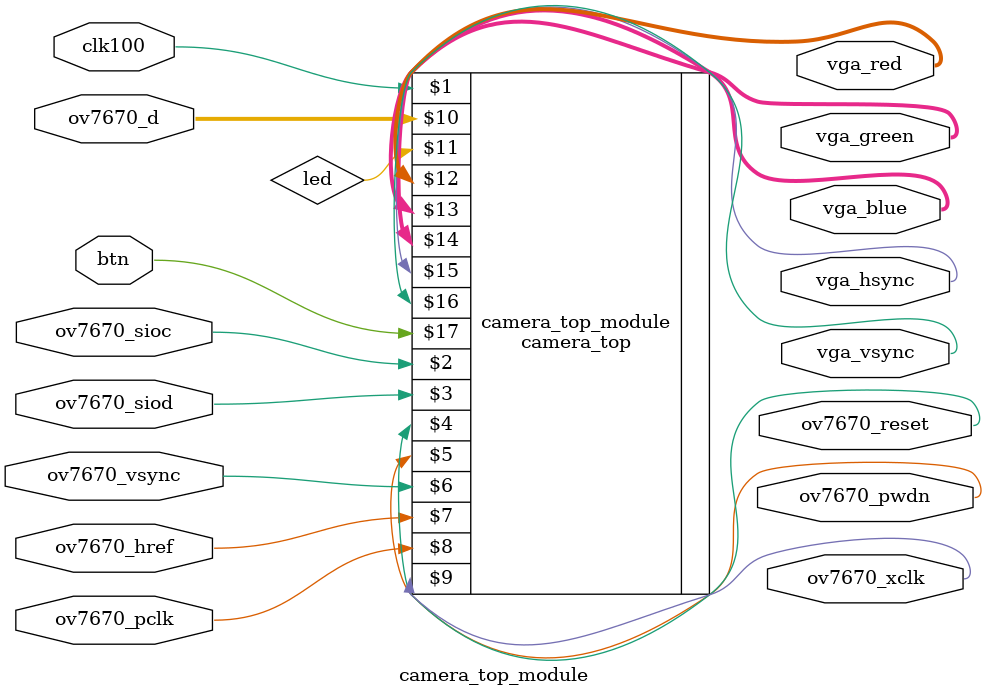
<source format=v>
`timescale 1ns / 1ps



module camera_top_module(input clk100,
                  input ov7670_sioc,
                  inout ov7670_siod,
                  output ov7670_reset,
                  output ov7670_pwdn,
                  input ov7670_vsync,
                  input ov7670_href,
                  input ov7670_pclk,
                  output ov7670_xclk,
                  input [7:0] ov7670_d, // kamera data giriþleri
                  //output[7:0] led,
                  
                  output[3:0] vga_red,
                  output[3:0] vga_green,
                  output[3:0] vga_blue,
                  output      vga_hsync,
                  output      vga_vsync,
                  
                  input      btn);
  camera_top camera_top_module(clk100,ov7670_sioc,    
                  ov7670_siod,    
                  ov7670_reset,  
                  ov7670_pwdn,   
                  ov7670_vsync,   
                  ov7670_href,    
                  ov7670_pclk,    
                  ov7670_xclk,   
                  ov7670_d, 
                  led,                   
                  vga_red,  
                  vga_green,
                  vga_blue, 
                  vga_hsync,
                  vga_vsync,
                  btn);
                                  
 
endmodule

</source>
